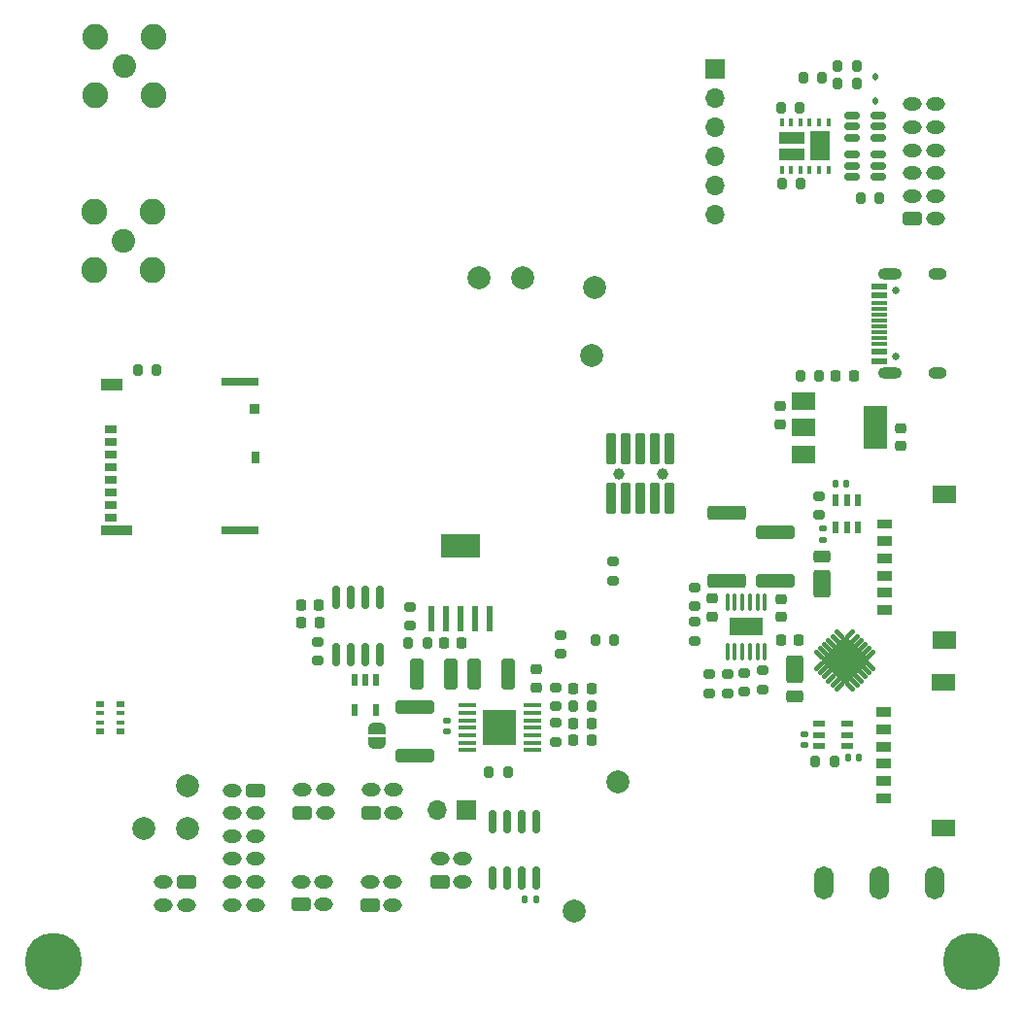
<source format=gbr>
%TF.GenerationSoftware,KiCad,Pcbnew,8.0.7*%
%TF.CreationDate,2025-03-06T17:29:40-08:00*%
%TF.ProjectId,FC_V5,46435f56-352e-46b6-9963-61645f706362,rev?*%
%TF.SameCoordinates,Original*%
%TF.FileFunction,Soldermask,Bot*%
%TF.FilePolarity,Negative*%
%FSLAX46Y46*%
G04 Gerber Fmt 4.6, Leading zero omitted, Abs format (unit mm)*
G04 Created by KiCad (PCBNEW 8.0.7) date 2025-03-06 17:29:40*
%MOMM*%
%LPD*%
G01*
G04 APERTURE LIST*
G04 Aperture macros list*
%AMRoundRect*
0 Rectangle with rounded corners*
0 $1 Rounding radius*
0 $2 $3 $4 $5 $6 $7 $8 $9 X,Y pos of 4 corners*
0 Add a 4 corners polygon primitive as box body*
4,1,4,$2,$3,$4,$5,$6,$7,$8,$9,$2,$3,0*
0 Add four circle primitives for the rounded corners*
1,1,$1+$1,$2,$3*
1,1,$1+$1,$4,$5*
1,1,$1+$1,$6,$7*
1,1,$1+$1,$8,$9*
0 Add four rect primitives between the rounded corners*
20,1,$1+$1,$2,$3,$4,$5,0*
20,1,$1+$1,$4,$5,$6,$7,0*
20,1,$1+$1,$6,$7,$8,$9,0*
20,1,$1+$1,$8,$9,$2,$3,0*%
%AMFreePoly0*
4,1,19,0.500000,-0.750000,0.000000,-0.750000,0.000000,-0.744911,-0.071157,-0.744911,-0.207708,-0.704816,-0.327430,-0.627875,-0.420627,-0.520320,-0.479746,-0.390866,-0.500000,-0.250000,-0.500000,0.250000,-0.479746,0.390866,-0.420627,0.520320,-0.327430,0.627875,-0.207708,0.704816,-0.071157,0.744911,0.000000,0.744911,0.000000,0.750000,0.500000,0.750000,0.500000,-0.750000,0.500000,-0.750000,
$1*%
%AMFreePoly1*
4,1,19,0.000000,0.744911,0.071157,0.744911,0.207708,0.704816,0.327430,0.627875,0.420627,0.520320,0.479746,0.390866,0.500000,0.250000,0.500000,-0.250000,0.479746,-0.390866,0.420627,-0.520320,0.327430,-0.627875,0.207708,-0.704816,0.071157,-0.744911,0.000000,-0.744911,0.000000,-0.750000,-0.500000,-0.750000,-0.500000,0.750000,0.000000,0.750000,0.000000,0.744911,0.000000,0.744911,
$1*%
G04 Aperture macros list end*
%ADD10C,0.010000*%
%ADD11R,0.600000X1.100000*%
%ADD12O,1.700000X2.900000*%
%ADD13RoundRect,0.200000X-0.275000X0.200000X-0.275000X-0.200000X0.275000X-0.200000X0.275000X0.200000X0*%
%ADD14RoundRect,0.200000X-0.200000X-0.275000X0.200000X-0.275000X0.200000X0.275000X-0.200000X0.275000X0*%
%ADD15FreePoly0,270.000000*%
%ADD16FreePoly1,270.000000*%
%ADD17RoundRect,0.225000X0.225000X0.250000X-0.225000X0.250000X-0.225000X-0.250000X0.225000X-0.250000X0*%
%ADD18RoundRect,0.140000X-0.140000X-0.170000X0.140000X-0.170000X0.140000X0.170000X-0.140000X0.170000X0*%
%ADD19RoundRect,0.140000X0.170000X-0.140000X0.170000X0.140000X-0.170000X0.140000X-0.170000X-0.140000X0*%
%ADD20C,2.000000*%
%ADD21C,2.050000*%
%ADD22C,2.250000*%
%ADD23R,1.700000X1.700000*%
%ADD24O,1.700000X1.700000*%
%ADD25C,5.000000*%
%ADD26RoundRect,0.250000X0.575000X-0.350000X0.575000X0.350000X-0.575000X0.350000X-0.575000X-0.350000X0*%
%ADD27O,1.650000X1.200000*%
%ADD28RoundRect,0.250000X-0.575000X0.350000X-0.575000X-0.350000X0.575000X-0.350000X0.575000X0.350000X0*%
%ADD29R,0.800000X0.500000*%
%ADD30R,0.800000X0.400000*%
%ADD31RoundRect,0.200000X0.275000X-0.200000X0.275000X0.200000X-0.275000X0.200000X-0.275000X-0.200000X0*%
%ADD32RoundRect,0.225000X-0.250000X0.225000X-0.250000X-0.225000X0.250000X-0.225000X0.250000X0.225000X0*%
%ADD33RoundRect,0.225000X-0.225000X-0.250000X0.225000X-0.250000X0.225000X0.250000X-0.225000X0.250000X0*%
%ADD34RoundRect,0.200000X0.200000X0.275000X-0.200000X0.275000X-0.200000X-0.275000X0.200000X-0.275000X0*%
%ADD35RoundRect,0.250000X0.325000X1.100000X-0.325000X1.100000X-0.325000X-1.100000X0.325000X-1.100000X0*%
%ADD36R,2.000000X1.500000*%
%ADD37R,2.000000X3.800000*%
%ADD38RoundRect,0.218750X0.218750X0.256250X-0.218750X0.256250X-0.218750X-0.256250X0.218750X-0.256250X0*%
%ADD39RoundRect,0.102000X0.186605X0.366776X-0.366776X-0.186605X-0.186605X-0.366776X0.366776X0.186605X0*%
%ADD40RoundRect,0.102000X-0.186605X0.366776X-0.366776X0.186605X0.186605X-0.366776X0.366776X-0.186605X0*%
%ADD41RoundRect,0.102000X0.000000X1.975656X-1.975656X0.000000X0.000000X-1.975656X1.975656X0.000000X0*%
%ADD42RoundRect,0.250000X0.500000X-0.950000X0.500000X0.950000X-0.500000X0.950000X-0.500000X-0.950000X0*%
%ADD43RoundRect,0.250000X0.500000X-0.275000X0.500000X0.275000X-0.500000X0.275000X-0.500000X-0.275000X0*%
%ADD44RoundRect,0.150000X-0.150000X0.825000X-0.150000X-0.825000X0.150000X-0.825000X0.150000X0.825000X0*%
%ADD45RoundRect,0.250000X-0.500000X0.950000X-0.500000X-0.950000X0.500000X-0.950000X0.500000X0.950000X0*%
%ADD46RoundRect,0.250000X-0.500000X0.275000X-0.500000X-0.275000X0.500000X-0.275000X0.500000X0.275000X0*%
%ADD47R,0.400000X0.650000*%
%ADD48R,1.780000X2.500000*%
%ADD49R,2.170000X1.000000*%
%ADD50RoundRect,0.140000X-0.170000X0.140000X-0.170000X-0.140000X0.170000X-0.140000X0.170000X0.140000X0*%
%ADD51RoundRect,0.250000X-1.450000X0.312500X-1.450000X-0.312500X1.450000X-0.312500X1.450000X0.312500X0*%
%ADD52RoundRect,0.150000X-0.512500X-0.150000X0.512500X-0.150000X0.512500X0.150000X-0.512500X0.150000X0*%
%ADD53RoundRect,0.250000X1.425000X-0.362500X1.425000X0.362500X-1.425000X0.362500X-1.425000X-0.362500X0*%
%ADD54C,1.000000*%
%ADD55RoundRect,0.050800X0.380000X1.300000X-0.380000X1.300000X-0.380000X-1.300000X0.380000X-1.300000X0*%
%ADD56RoundRect,0.112500X0.112500X-0.187500X0.112500X0.187500X-0.112500X0.187500X-0.112500X-0.187500X0*%
%ADD57RoundRect,0.150000X0.150000X-0.825000X0.150000X0.825000X-0.150000X0.825000X-0.150000X-0.825000X0*%
%ADD58R,1.100000X0.700000*%
%ADD59R,0.930000X0.900000*%
%ADD60R,0.780000X1.050000*%
%ADD61R,3.330000X0.700000*%
%ADD62R,2.800000X0.860000*%
%ADD63R,1.830000X1.140000*%
%ADD64R,3.000000X3.100000*%
%ADD65RoundRect,0.100000X0.687500X0.100000X-0.687500X0.100000X-0.687500X-0.100000X0.687500X-0.100000X0*%
%ADD66RoundRect,0.100000X0.100000X-0.625000X0.100000X0.625000X-0.100000X0.625000X-0.100000X-0.625000X0*%
%ADD67R,2.850000X1.650000*%
%ADD68RoundRect,0.250000X1.450000X-0.312500X1.450000X0.312500X-1.450000X0.312500X-1.450000X-0.312500X0*%
%ADD69C,0.650000*%
%ADD70R,1.450000X0.600000*%
%ADD71R,1.450000X0.300000*%
%ADD72O,1.600000X1.000000*%
%ADD73O,2.100000X1.000000*%
%ADD74RoundRect,0.250000X-0.325000X-1.100000X0.325000X-1.100000X0.325000X1.100000X-0.325000X1.100000X0*%
%ADD75R,0.550000X1.000000*%
%ADD76R,1.000000X0.550000*%
%ADD77R,0.600000X2.200000*%
%ADD78R,3.450000X2.150000*%
G04 APERTURE END LIST*
D10*
%TO.C,J28*%
X220206200Y-116626200D02*
X219053800Y-116626200D01*
X219053800Y-115873800D01*
X220206200Y-115873800D01*
X220206200Y-116626200D01*
G36*
X220206200Y-116626200D02*
G01*
X219053800Y-116626200D01*
X219053800Y-115873800D01*
X220206200Y-115873800D01*
X220206200Y-116626200D01*
G37*
X220206200Y-118126200D02*
X219053800Y-118126200D01*
X219053800Y-117373800D01*
X220206200Y-117373800D01*
X220206200Y-118126200D01*
G36*
X220206200Y-118126200D02*
G01*
X219053800Y-118126200D01*
X219053800Y-117373800D01*
X220206200Y-117373800D01*
X220206200Y-118126200D01*
G37*
X220206200Y-119626200D02*
X219053800Y-119626200D01*
X219053800Y-118873800D01*
X220206200Y-118873800D01*
X220206200Y-119626200D01*
G36*
X220206200Y-119626200D02*
G01*
X219053800Y-119626200D01*
X219053800Y-118873800D01*
X220206200Y-118873800D01*
X220206200Y-119626200D01*
G37*
X220206200Y-121126200D02*
X219053800Y-121126200D01*
X219053800Y-120373800D01*
X220206200Y-120373800D01*
X220206200Y-121126200D01*
G36*
X220206200Y-121126200D02*
G01*
X219053800Y-121126200D01*
X219053800Y-120373800D01*
X220206200Y-120373800D01*
X220206200Y-121126200D01*
G37*
X220206200Y-122626200D02*
X219053800Y-122626200D01*
X219053800Y-121873800D01*
X220206200Y-121873800D01*
X220206200Y-122626200D01*
G36*
X220206200Y-122626200D02*
G01*
X219053800Y-122626200D01*
X219053800Y-121873800D01*
X220206200Y-121873800D01*
X220206200Y-122626200D01*
G37*
X220206200Y-124126200D02*
X219053800Y-124126200D01*
X219053800Y-123373800D01*
X220206200Y-123373800D01*
X220206200Y-124126200D01*
G36*
X220206200Y-124126200D02*
G01*
X219053800Y-124126200D01*
X219053800Y-123373800D01*
X220206200Y-123373800D01*
X220206200Y-124126200D01*
G37*
X225796200Y-114346200D02*
X223843800Y-114346200D01*
X223843800Y-112943800D01*
X225796200Y-112943800D01*
X225796200Y-114346200D01*
G36*
X225796200Y-114346200D02*
G01*
X223843800Y-114346200D01*
X223843800Y-112943800D01*
X225796200Y-112943800D01*
X225796200Y-114346200D01*
G37*
X225796200Y-127056200D02*
X223843800Y-127056200D01*
X223843800Y-125653800D01*
X225796200Y-125653800D01*
X225796200Y-127056200D01*
G36*
X225796200Y-127056200D02*
G01*
X223843800Y-127056200D01*
X223843800Y-125653800D01*
X225796200Y-125653800D01*
X225796200Y-127056200D01*
G37*
%TO.C,J25*%
X220306199Y-107726200D02*
X219153801Y-107726200D01*
X219153800Y-106973799D01*
X220306200Y-106973799D01*
X220306199Y-107726200D01*
G36*
X220306199Y-107726200D02*
G01*
X219153801Y-107726200D01*
X219153800Y-106973799D01*
X220306200Y-106973799D01*
X220306199Y-107726200D01*
G37*
X220306200Y-100226201D02*
X219153800Y-100226201D01*
X219153801Y-99473800D01*
X220306199Y-99473800D01*
X220306200Y-100226201D01*
G36*
X220306200Y-100226201D02*
G01*
X219153800Y-100226201D01*
X219153801Y-99473800D01*
X220306199Y-99473800D01*
X220306200Y-100226201D01*
G37*
X220306200Y-101726200D02*
X219153800Y-101726200D01*
X219153800Y-100973800D01*
X220306200Y-100973800D01*
X220306200Y-101726200D01*
G36*
X220306200Y-101726200D02*
G01*
X219153800Y-101726200D01*
X219153800Y-100973800D01*
X220306200Y-100973800D01*
X220306200Y-101726200D01*
G37*
X220306200Y-103226200D02*
X219153800Y-103226200D01*
X219153800Y-102473800D01*
X220306200Y-102473800D01*
X220306200Y-103226200D01*
G36*
X220306200Y-103226200D02*
G01*
X219153800Y-103226200D01*
X219153800Y-102473800D01*
X220306200Y-102473800D01*
X220306200Y-103226200D01*
G37*
X220306200Y-104726200D02*
X219153800Y-104726200D01*
X219153800Y-103973800D01*
X220306200Y-103973800D01*
X220306200Y-104726200D01*
G36*
X220306200Y-104726200D02*
G01*
X219153800Y-104726200D01*
X219153800Y-103973800D01*
X220306200Y-103973800D01*
X220306200Y-104726200D01*
G37*
X220306200Y-106226200D02*
X219153800Y-106226200D01*
X219153800Y-105473800D01*
X220306200Y-105473800D01*
X220306200Y-106226200D01*
G36*
X220306200Y-106226200D02*
G01*
X219153800Y-106226200D01*
X219153800Y-105473800D01*
X220306200Y-105473800D01*
X220306200Y-106226200D01*
G37*
X225896200Y-96543801D02*
X225896200Y-97946200D01*
X223943800Y-97946200D01*
X223943800Y-96543800D01*
X225896200Y-96543801D01*
G36*
X225896200Y-96543801D02*
G01*
X225896200Y-97946200D01*
X223943800Y-97946200D01*
X223943800Y-96543800D01*
X225896200Y-96543801D01*
G37*
X225896200Y-110656199D02*
X223943800Y-110656200D01*
X223943800Y-109253800D01*
X225896200Y-109253800D01*
X225896200Y-110656199D01*
G36*
X225896200Y-110656199D02*
G01*
X223943800Y-110656200D01*
X223943800Y-109253800D01*
X225896200Y-109253800D01*
X225896200Y-110656199D01*
G37*
%TD*%
D11*
%TO.C,U20*%
X173550000Y-116100000D03*
X175450000Y-116100000D03*
X175450000Y-113500000D03*
X174500000Y-113500000D03*
X173550000Y-113500000D03*
%TD*%
D12*
%TO.C,SW3*%
X214500000Y-131200000D03*
X219300000Y-131200000D03*
X224100000Y-131200000D03*
%TD*%
D13*
%TO.C,R42*%
X170400000Y-110175000D03*
X170400000Y-111825000D03*
%TD*%
D14*
%TO.C,R124*%
X185275000Y-121500000D03*
X186925000Y-121500000D03*
%TD*%
D15*
%TO.C,JP2*%
X175500000Y-117700002D03*
D16*
X175500000Y-119000000D03*
%TD*%
D17*
%TO.C,C46*%
X170475000Y-107000000D03*
X168925000Y-107000000D03*
%TD*%
%TO.C,C45*%
X170500000Y-108500000D03*
X168950000Y-108500000D03*
%TD*%
D18*
%TO.C,C30*%
X188420000Y-132600000D03*
X189380000Y-132600000D03*
%TD*%
D19*
%TO.C,C27*%
X181600000Y-117980000D03*
X181600000Y-117020000D03*
%TD*%
D20*
%TO.C,TP17*%
X192700000Y-133600000D03*
%TD*%
%TO.C,TP15*%
X155200000Y-126400000D03*
%TD*%
D21*
%TO.C,J6*%
X153500000Y-60000000D03*
D22*
X150960000Y-57460000D03*
X150960000Y-62540000D03*
X156040000Y-57460000D03*
X156040000Y-62540000D03*
%TD*%
D23*
%TO.C,J13*%
X183350000Y-124825000D03*
D24*
X180810000Y-124825000D03*
%TD*%
D20*
%TO.C,TP6*%
X196500000Y-122400000D03*
%TD*%
D25*
%TO.C,H2*%
X227300000Y-138000000D03*
%TD*%
D26*
%TO.C,J20*%
X180999999Y-131100000D03*
D27*
X183000000Y-131100000D03*
X180999999Y-129099999D03*
X182999999Y-129100000D03*
%TD*%
D25*
%TO.C,H1*%
X147300000Y-138000000D03*
%TD*%
D26*
%TO.C,J7*%
X168900000Y-133075000D03*
D27*
X170900001Y-133075000D03*
X168900000Y-131074999D03*
X170900000Y-131075000D03*
%TD*%
D21*
%TO.C,J11*%
X153460000Y-75210000D03*
D22*
X150920000Y-72670000D03*
X150920000Y-77750000D03*
X156000000Y-72670000D03*
X156000000Y-77750000D03*
%TD*%
D26*
%TO.C,J10*%
X174900000Y-133125000D03*
D27*
X176900001Y-133125000D03*
X174900000Y-131124999D03*
X176900000Y-131125000D03*
%TD*%
D20*
%TO.C,TP4*%
X159000000Y-126400000D03*
%TD*%
D28*
%TO.C,J19*%
X158900000Y-131099999D03*
D27*
X156899999Y-131099999D03*
X158900000Y-133100000D03*
X156900000Y-133099999D03*
%TD*%
D26*
%TO.C,J8*%
X169000000Y-125075000D03*
D27*
X171000001Y-125075000D03*
X169000000Y-123074999D03*
X171000000Y-123075000D03*
%TD*%
D20*
%TO.C,TP2*%
X194200000Y-85200000D03*
%TD*%
%TO.C,TP8*%
X188200000Y-78400000D03*
%TD*%
%TO.C,TP3*%
X159000000Y-122700000D03*
%TD*%
D26*
%TO.C,J29*%
X175000000Y-125075000D03*
D27*
X177000001Y-125075000D03*
X175000000Y-123074999D03*
X177000000Y-123075000D03*
%TD*%
D29*
%TO.C,R45*%
X153200000Y-115600000D03*
D30*
X153200000Y-116400000D03*
X153200000Y-117200000D03*
D29*
X153200000Y-118000000D03*
X151400000Y-118000000D03*
D30*
X151400000Y-117200000D03*
X151400000Y-116400000D03*
D29*
X151400000Y-115600000D03*
%TD*%
D20*
%TO.C,TP7*%
X184400000Y-78400000D03*
%TD*%
%TO.C,TP1*%
X194500000Y-79250000D03*
%TD*%
D26*
%TO.C,J16*%
X222200001Y-73300000D03*
D27*
X224200002Y-73300000D03*
X222200001Y-71299999D03*
X224200001Y-71300000D03*
X222200001Y-69300000D03*
X224200001Y-69299999D03*
X222200001Y-67300000D03*
X224200001Y-67300000D03*
X222200001Y-65300000D03*
X224200001Y-65300000D03*
X222200001Y-63300000D03*
X224200001Y-63300000D03*
%TD*%
D28*
%TO.C,J14*%
X164900000Y-123100000D03*
D27*
X162899999Y-123100000D03*
X164900000Y-125100001D03*
X162900000Y-125100000D03*
X164900000Y-127100000D03*
X162900000Y-127100001D03*
X164900000Y-129100000D03*
X162900000Y-129100000D03*
X164900000Y-131100000D03*
X162900000Y-131100000D03*
X164900000Y-133100000D03*
X162900000Y-133100000D03*
%TD*%
D23*
%TO.C,J3*%
X205000000Y-60190000D03*
D24*
X205000000Y-62730000D03*
X205000000Y-65270000D03*
X205000000Y-67810000D03*
X205000000Y-70350000D03*
X205000000Y-72890000D03*
%TD*%
D31*
%TO.C,R43*%
X191131250Y-118875000D03*
X191131250Y-117225000D03*
%TD*%
%TO.C,R71*%
X203208799Y-107066200D03*
X203208799Y-105416200D03*
%TD*%
D13*
%TO.C,R51*%
X214062500Y-97450000D03*
X214062500Y-99100000D03*
%TD*%
D32*
%TO.C,C13*%
X221180000Y-91555000D03*
X221180000Y-93105000D03*
%TD*%
D33*
%TO.C,C40*%
X210725000Y-110000000D03*
X212275000Y-110000000D03*
%TD*%
D19*
%TO.C,C53*%
X212775000Y-119155000D03*
X212775000Y-118195000D03*
%TD*%
D34*
%TO.C,R41*%
X212459815Y-70250000D03*
X210809815Y-70250000D03*
%TD*%
D35*
%TO.C,C25*%
X181975000Y-112950000D03*
X179025000Y-112950000D03*
%TD*%
D36*
%TO.C,IC2*%
X212700000Y-93800000D03*
X212700000Y-91500000D03*
X212700000Y-89200000D03*
D37*
X219000000Y-91500000D03*
%TD*%
D31*
%TO.C,R66*%
X207558799Y-114525000D03*
X207558799Y-112875000D03*
%TD*%
D32*
%TO.C,C12*%
X210700000Y-89625000D03*
X210700000Y-91175000D03*
%TD*%
D38*
%TO.C,D3*%
X217097500Y-87020000D03*
X215522500Y-87020000D03*
%TD*%
D31*
%TO.C,R38*%
X191131250Y-115775000D03*
X191131250Y-114125000D03*
%TD*%
D13*
%TO.C,R63*%
X178400000Y-107100000D03*
X178400000Y-108750000D03*
%TD*%
D39*
%TO.C,U12*%
X216797153Y-109534628D03*
X217150799Y-109888275D03*
X217504441Y-110241916D03*
X217858084Y-110595559D03*
X218211725Y-110949201D03*
X218565372Y-111302847D03*
D40*
X218565372Y-112297153D03*
X218211725Y-112650799D03*
X217858084Y-113004441D03*
X217504441Y-113358084D03*
X217150799Y-113711725D03*
X216797153Y-114065372D03*
D39*
X215802847Y-114065372D03*
X215449201Y-113711725D03*
X215095559Y-113358084D03*
X214741916Y-113004441D03*
X214388275Y-112650799D03*
X214034628Y-112297153D03*
D40*
X214034628Y-111302847D03*
X214388275Y-110949201D03*
X214741916Y-110595559D03*
X215095559Y-110241916D03*
X215449201Y-109888275D03*
X215802847Y-109534628D03*
D41*
X216300000Y-111800000D03*
%TD*%
D42*
%TO.C,D9*%
X211900000Y-112550000D03*
D43*
X211900000Y-114925000D03*
%TD*%
D44*
%TO.C,U15*%
X185595000Y-125825000D03*
X186865000Y-125825000D03*
X188135000Y-125825000D03*
X189405000Y-125825000D03*
X189405000Y-130775000D03*
X188135000Y-130775000D03*
X186865000Y-130775000D03*
X185595000Y-130775000D03*
%TD*%
D33*
%TO.C,C36*%
X192656250Y-118750000D03*
X194206250Y-118750000D03*
%TD*%
D13*
%TO.C,R37*%
X191500000Y-109575000D03*
X191500000Y-111225000D03*
%TD*%
D17*
%TO.C,C39*%
X182875000Y-110300000D03*
X181325000Y-110300000D03*
%TD*%
D34*
%TO.C,R62*%
X214325000Y-61000000D03*
X212675000Y-61000000D03*
%TD*%
D31*
%TO.C,R70*%
X204508800Y-114625000D03*
X204508800Y-112975000D03*
%TD*%
D34*
%TO.C,R59*%
X219325000Y-71500000D03*
X217675000Y-71500000D03*
%TD*%
D32*
%TO.C,C42*%
X204708799Y-106391199D03*
X204708799Y-107941199D03*
%TD*%
D45*
%TO.C,D13*%
X214300000Y-105100000D03*
D46*
X214300000Y-102725000D03*
%TD*%
D14*
%TO.C,R36*%
X194575000Y-110000000D03*
X196225000Y-110000000D03*
%TD*%
D32*
%TO.C,C41*%
X210708799Y-106466200D03*
X210708799Y-108016200D03*
%TD*%
D33*
%TO.C,C37*%
X192656250Y-117250000D03*
X194206250Y-117250000D03*
%TD*%
D47*
%TO.C,Q4*%
X214859196Y-69025434D03*
X214046397Y-69025434D03*
X213233596Y-69025434D03*
X212420798Y-69025434D03*
X211607997Y-69025434D03*
X210795197Y-69025434D03*
X210795448Y-64874819D03*
X211608247Y-64874819D03*
X212421047Y-64874819D03*
X213233846Y-64874819D03*
X214046645Y-64874819D03*
X214859446Y-64874819D03*
D48*
X214168877Y-66950000D03*
D49*
X211695119Y-67700062D03*
X211694103Y-66197144D03*
%TD*%
D13*
%TO.C,R65*%
X209100000Y-112675000D03*
X209100000Y-114325000D03*
%TD*%
D34*
%TO.C,R64*%
X179925000Y-110300000D03*
X178275000Y-110300000D03*
%TD*%
D50*
%TO.C,C48*%
X214362499Y-100295000D03*
X214362499Y-101255000D03*
%TD*%
D34*
%TO.C,R40*%
X194256250Y-115750000D03*
X192606250Y-115750000D03*
%TD*%
D31*
%TO.C,R74*%
X203208799Y-110066200D03*
X203208799Y-108416200D03*
%TD*%
D18*
%TO.C,C55*%
X216595000Y-120275000D03*
X217555000Y-120275000D03*
%TD*%
D51*
%TO.C,L1*%
X178831250Y-115812500D03*
X178831250Y-120087500D03*
%TD*%
D52*
%TO.C,Q7*%
X216924999Y-69600000D03*
X216924999Y-68650001D03*
X216924999Y-67700002D03*
X219199999Y-67700002D03*
X219199999Y-68650001D03*
X219199999Y-69600000D03*
%TD*%
D53*
%TO.C,R75*%
X206008799Y-104803700D03*
X206008799Y-98878700D03*
%TD*%
D31*
%TO.C,R69*%
X206058799Y-114625000D03*
X206058799Y-112975000D03*
%TD*%
D54*
%TO.C,J1*%
X200385378Y-95493250D03*
X196575378Y-95493250D03*
D55*
X201020378Y-97643250D03*
X201020378Y-93343250D03*
X199750378Y-97643250D03*
X199750378Y-93343250D03*
X198480378Y-97643250D03*
X198480378Y-93343250D03*
X197210378Y-97643250D03*
X197210378Y-93343250D03*
X195940378Y-97643250D03*
X195940378Y-93343250D03*
%TD*%
D56*
%TO.C,D8*%
X219000000Y-63000000D03*
X219000000Y-60900000D03*
%TD*%
D52*
%TO.C,Q8*%
X216925000Y-66200000D03*
X216925000Y-65250001D03*
X216925000Y-64300002D03*
X219200000Y-64300002D03*
X219200000Y-65250001D03*
X219200000Y-66200000D03*
%TD*%
D57*
%TO.C,U17*%
X175805000Y-111275000D03*
X174535000Y-111275000D03*
X173265000Y-111275000D03*
X171995000Y-111275000D03*
X171995000Y-106325000D03*
X173265000Y-106325000D03*
X174535000Y-106325000D03*
X175805000Y-106325000D03*
%TD*%
D18*
%TO.C,C47*%
X215482499Y-96375001D03*
X216442499Y-96375001D03*
%TD*%
D14*
%TO.C,R60*%
X215675000Y-60000000D03*
X217325000Y-60000000D03*
%TD*%
D58*
%TO.C,J4*%
X152360000Y-91620000D03*
X152360000Y-92720000D03*
X152360000Y-93820000D03*
X152360000Y-94920000D03*
X152360000Y-96020000D03*
X152360000Y-97120000D03*
X152360000Y-98220000D03*
X152360000Y-99320000D03*
D59*
X164825000Y-89830000D03*
D60*
X164900000Y-94095000D03*
D61*
X163625000Y-100480000D03*
D62*
X152860000Y-100400000D03*
D63*
X152375000Y-87740000D03*
D61*
X163625000Y-87520000D03*
%TD*%
D32*
%TO.C,C15*%
X189431250Y-112575000D03*
X189431250Y-114125000D03*
%TD*%
D64*
%TO.C,U10*%
X186231250Y-117650000D03*
D65*
X189093750Y-115700000D03*
X189093750Y-116350000D03*
X189093750Y-117000000D03*
X189093750Y-117650000D03*
X189093750Y-118300000D03*
X189093750Y-118950000D03*
X189093750Y-119600000D03*
X183368750Y-119600000D03*
X183368750Y-118950000D03*
X183368750Y-118300000D03*
X183368750Y-117650000D03*
X183368750Y-117000000D03*
X183368750Y-116350000D03*
X183368750Y-115700000D03*
%TD*%
D66*
%TO.C,IC6*%
X209323799Y-111001200D03*
X208673800Y-111001200D03*
X208023799Y-111001200D03*
X207373799Y-111001200D03*
X206723798Y-111001200D03*
X206073799Y-111001200D03*
X206073799Y-106701200D03*
X206723798Y-106701200D03*
X207373799Y-106701200D03*
X208023799Y-106701200D03*
X208673800Y-106701200D03*
X209323799Y-106701200D03*
D67*
X207698799Y-108851200D03*
%TD*%
D17*
%TO.C,C16*%
X194206250Y-114250000D03*
X192656250Y-114250000D03*
%TD*%
D34*
%TO.C,R61*%
X217325000Y-61500000D03*
X215675000Y-61500000D03*
%TD*%
D68*
%TO.C,L2*%
X210208799Y-104878700D03*
X210208799Y-100603700D03*
%TD*%
D69*
%TO.C,J12*%
X220750000Y-79530000D03*
X220750000Y-85310000D03*
D70*
X219305000Y-79170000D03*
X219305000Y-79969999D03*
D71*
X219305001Y-81170000D03*
X219305000Y-82170000D03*
X219305000Y-82670000D03*
X219305001Y-83670000D03*
D70*
X219305000Y-84870001D03*
X219305000Y-85670000D03*
X219305000Y-85670000D03*
X219305000Y-84870001D03*
D71*
X219305000Y-84170000D03*
X219305000Y-83170000D03*
X219305000Y-81670000D03*
X219305000Y-80670000D03*
D70*
X219305000Y-79969999D03*
X219305000Y-79170000D03*
D72*
X224400000Y-78100000D03*
D73*
X220220000Y-78100000D03*
D72*
X224400000Y-86740000D03*
D73*
X220220000Y-86740000D03*
%TD*%
D74*
%TO.C,C19*%
X184025000Y-112950000D03*
X186975000Y-112950000D03*
%TD*%
D34*
%TO.C,R56*%
X212359814Y-63650000D03*
X210709814Y-63650000D03*
%TD*%
D14*
%TO.C,R11*%
X154675000Y-86500000D03*
X156325000Y-86500000D03*
%TD*%
D75*
%TO.C,U21*%
X215512499Y-97774999D03*
X216462499Y-97775000D03*
X217412499Y-97774999D03*
X217412499Y-100175001D03*
X216462499Y-100175000D03*
X215512499Y-100175001D03*
%TD*%
D31*
%TO.C,R20*%
X196100000Y-104825000D03*
X196100000Y-103175000D03*
%TD*%
D76*
%TO.C,U24*%
X214075000Y-119225000D03*
X214075000Y-118275000D03*
X214075000Y-117325000D03*
X216475000Y-117325000D03*
X216475000Y-118275000D03*
X216475000Y-119225000D03*
%TD*%
D14*
%TO.C,R49*%
X213750000Y-120575000D03*
X215400000Y-120575000D03*
%TD*%
D77*
%TO.C,U13*%
X185340000Y-108137500D03*
X184070000Y-108137500D03*
X182800000Y-108137500D03*
X181530000Y-108137500D03*
X180260000Y-108137500D03*
D78*
X182800000Y-101837500D03*
%TD*%
D14*
%TO.C,R9*%
X212415000Y-87010000D03*
X214065000Y-87010000D03*
%TD*%
M02*

</source>
